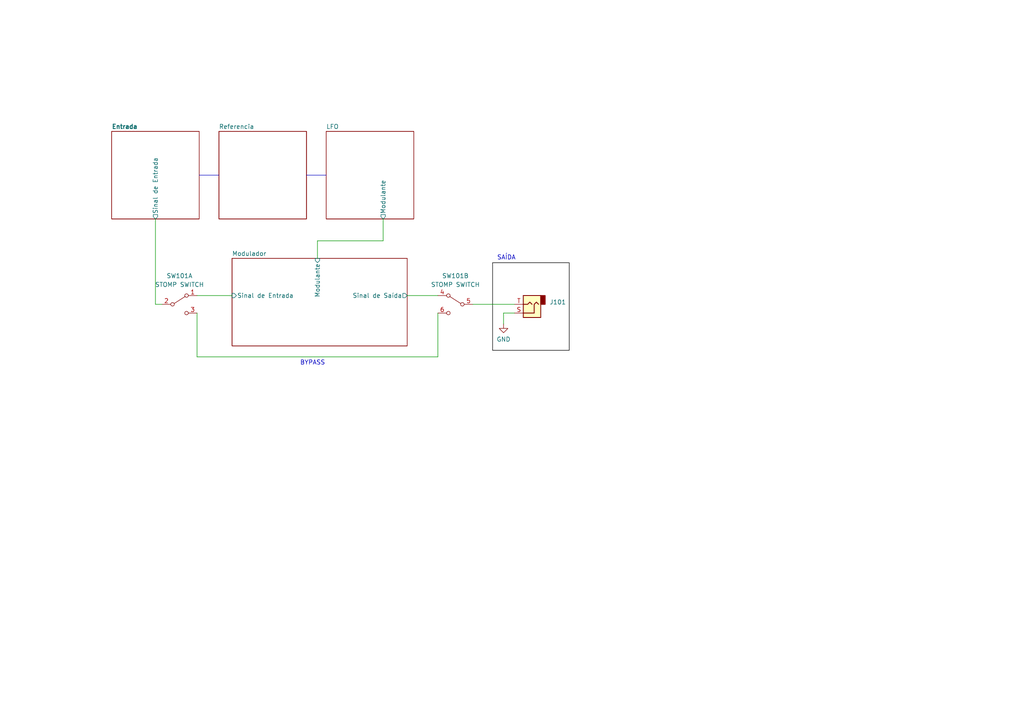
<source format=kicad_sch>
(kicad_sch (version 20211123) (generator eeschema)

  (uuid e63e39d7-6ac0-4ffd-8aa3-1841a4541b55)

  (paper "A4")

  (lib_symbols
    (symbol "Connector:AudioJack2" (in_bom yes) (on_board yes)
      (property "Reference" "J" (id 0) (at 0 8.89 0)
        (effects (font (size 1.27 1.27)))
      )
      (property "Value" "AudioJack2" (id 1) (at 0 6.35 0)
        (effects (font (size 1.27 1.27)))
      )
      (property "Footprint" "" (id 2) (at 0 0 0)
        (effects (font (size 1.27 1.27)) hide)
      )
      (property "Datasheet" "~" (id 3) (at 0 0 0)
        (effects (font (size 1.27 1.27)) hide)
      )
      (property "ki_keywords" "audio jack receptacle mono phone headphone TS connector" (id 4) (at 0 0 0)
        (effects (font (size 1.27 1.27)) hide)
      )
      (property "ki_description" "Audio Jack, 2 Poles (Mono / TS)" (id 5) (at 0 0 0)
        (effects (font (size 1.27 1.27)) hide)
      )
      (property "ki_fp_filters" "Jack*" (id 6) (at 0 0 0)
        (effects (font (size 1.27 1.27)) hide)
      )
      (symbol "AudioJack2_0_1"
        (rectangle (start -3.81 0) (end -2.54 -2.54)
          (stroke (width 0.254) (type default) (color 0 0 0 0))
          (fill (type outline))
        )
        (rectangle (start -2.54 3.81) (end 2.54 -2.54)
          (stroke (width 0.254) (type default) (color 0 0 0 0))
          (fill (type background))
        )
        (polyline
          (pts
            (xy 0 0)
            (xy 0.635 -0.635)
            (xy 1.27 0)
            (xy 2.54 0)
          )
          (stroke (width 0.254) (type default) (color 0 0 0 0))
          (fill (type none))
        )
        (polyline
          (pts
            (xy 2.54 2.54)
            (xy -0.635 2.54)
            (xy -0.635 0)
            (xy -1.27 -0.635)
            (xy -1.905 0)
          )
          (stroke (width 0.254) (type default) (color 0 0 0 0))
          (fill (type none))
        )
      )
      (symbol "AudioJack2_1_1"
        (pin passive line (at 5.08 2.54 180) (length 2.54)
          (name "~" (effects (font (size 1.27 1.27))))
          (number "S" (effects (font (size 1.27 1.27))))
        )
        (pin passive line (at 5.08 0 180) (length 2.54)
          (name "~" (effects (font (size 1.27 1.27))))
          (number "T" (effects (font (size 1.27 1.27))))
        )
      )
    )
    (symbol "Switch:SW_DPDT_x2" (pin_names (offset 0) hide) (in_bom yes) (on_board yes)
      (property "Reference" "SW" (id 0) (at 0 4.318 0)
        (effects (font (size 1.27 1.27)))
      )
      (property "Value" "SW_DPDT_x2" (id 1) (at 0 -5.08 0)
        (effects (font (size 1.27 1.27)))
      )
      (property "Footprint" "" (id 2) (at 0 0 0)
        (effects (font (size 1.27 1.27)) hide)
      )
      (property "Datasheet" "~" (id 3) (at 0 0 0)
        (effects (font (size 1.27 1.27)) hide)
      )
      (property "ki_keywords" "switch dual-pole double-throw DPDT spdt ON-ON" (id 4) (at 0 0 0)
        (effects (font (size 1.27 1.27)) hide)
      )
      (property "ki_description" "Switch, dual pole double throw, separate symbols" (id 5) (at 0 0 0)
        (effects (font (size 1.27 1.27)) hide)
      )
      (property "ki_fp_filters" "SW*DPDT*" (id 6) (at 0 0 0)
        (effects (font (size 1.27 1.27)) hide)
      )
      (symbol "SW_DPDT_x2_0_0"
        (circle (center -2.032 0) (radius 0.508)
          (stroke (width 0) (type default) (color 0 0 0 0))
          (fill (type none))
        )
        (circle (center 2.032 -2.54) (radius 0.508)
          (stroke (width 0) (type default) (color 0 0 0 0))
          (fill (type none))
        )
      )
      (symbol "SW_DPDT_x2_0_1"
        (polyline
          (pts
            (xy -1.524 0.254)
            (xy 1.651 2.286)
          )
          (stroke (width 0) (type default) (color 0 0 0 0))
          (fill (type none))
        )
        (circle (center 2.032 2.54) (radius 0.508)
          (stroke (width 0) (type default) (color 0 0 0 0))
          (fill (type none))
        )
      )
      (symbol "SW_DPDT_x2_1_1"
        (pin passive line (at 5.08 2.54 180) (length 2.54)
          (name "A" (effects (font (size 1.27 1.27))))
          (number "1" (effects (font (size 1.27 1.27))))
        )
        (pin passive line (at -5.08 0 0) (length 2.54)
          (name "B" (effects (font (size 1.27 1.27))))
          (number "2" (effects (font (size 1.27 1.27))))
        )
        (pin passive line (at 5.08 -2.54 180) (length 2.54)
          (name "C" (effects (font (size 1.27 1.27))))
          (number "3" (effects (font (size 1.27 1.27))))
        )
      )
      (symbol "SW_DPDT_x2_2_1"
        (pin passive line (at 5.08 2.54 180) (length 2.54)
          (name "A" (effects (font (size 1.27 1.27))))
          (number "4" (effects (font (size 1.27 1.27))))
        )
        (pin passive line (at -5.08 0 0) (length 2.54)
          (name "B" (effects (font (size 1.27 1.27))))
          (number "5" (effects (font (size 1.27 1.27))))
        )
        (pin passive line (at 5.08 -2.54 180) (length 2.54)
          (name "C" (effects (font (size 1.27 1.27))))
          (number "6" (effects (font (size 1.27 1.27))))
        )
      )
    )
    (symbol "power:GND" (power) (pin_names (offset 0)) (in_bom yes) (on_board yes)
      (property "Reference" "#PWR" (id 0) (at 0 -6.35 0)
        (effects (font (size 1.27 1.27)) hide)
      )
      (property "Value" "GND" (id 1) (at 0 -3.81 0)
        (effects (font (size 1.27 1.27)))
      )
      (property "Footprint" "" (id 2) (at 0 0 0)
        (effects (font (size 1.27 1.27)) hide)
      )
      (property "Datasheet" "" (id 3) (at 0 0 0)
        (effects (font (size 1.27 1.27)) hide)
      )
      (property "ki_keywords" "power-flag" (id 4) (at 0 0 0)
        (effects (font (size 1.27 1.27)) hide)
      )
      (property "ki_description" "Power symbol creates a global label with name \"GND\" , ground" (id 5) (at 0 0 0)
        (effects (font (size 1.27 1.27)) hide)
      )
      (symbol "GND_0_1"
        (polyline
          (pts
            (xy 0 0)
            (xy 0 -1.27)
            (xy 1.27 -1.27)
            (xy 0 -2.54)
            (xy -1.27 -1.27)
            (xy 0 -1.27)
          )
          (stroke (width 0) (type default) (color 0 0 0 0))
          (fill (type none))
        )
      )
      (symbol "GND_1_1"
        (pin power_in line (at 0 0 270) (length 0) hide
          (name "GND" (effects (font (size 1.27 1.27))))
          (number "1" (effects (font (size 1.27 1.27))))
        )
      )
    )
  )


  (wire (pts (xy 118.11 85.725) (xy 127 85.725))
    (stroke (width 0) (type default) (color 0 0 0 0))
    (uuid 05c8458a-59aa-46f4-a3e4-21160fd6401e)
  )
  (polyline (pts (xy 57.785 50.8) (xy 63.5 50.8))
    (stroke (width 0) (type solid) (color 0 0 0 0))
    (uuid 07ff724c-d388-4519-a07a-ad8fdfd4d129)
  )

  (wire (pts (xy 146.05 90.805) (xy 146.05 93.98))
    (stroke (width 0) (type default) (color 0 0 0 0))
    (uuid 31232ea1-f048-4d6a-87e8-6f6d174737c0)
  )
  (polyline (pts (xy 142.875 76.2) (xy 142.875 101.6))
    (stroke (width 0) (type solid) (color 0 0 0 1))
    (uuid 3e08cf7f-adcf-446f-9639-7c990b23ad74)
  )
  (polyline (pts (xy 142.875 101.6) (xy 165.1 101.6))
    (stroke (width 0) (type solid) (color 0 0 0 1))
    (uuid 47c04762-cbc6-4804-b94c-23c031a1dcc6)
  )

  (wire (pts (xy 127 90.805) (xy 127 103.505))
    (stroke (width 0) (type default) (color 0 0 0 0))
    (uuid 683c862f-e703-467d-9ef0-66132181c5f6)
  )
  (polyline (pts (xy 165.1 101.6) (xy 165.1 76.2))
    (stroke (width 0) (type solid) (color 0 0 0 1))
    (uuid 69eb06bd-9888-46b0-95c9-ac3cd74101a3)
  )
  (polyline (pts (xy 165.1 76.2) (xy 142.875 76.2))
    (stroke (width 0) (type solid) (color 0 0 0 1))
    (uuid 71884460-c000-470d-8667-876ac1525ed6)
  )

  (wire (pts (xy 46.99 88.265) (xy 45.085 88.265))
    (stroke (width 0) (type default) (color 0 0 0 0))
    (uuid 7a6985de-8189-4de7-9d84-0f07c3fd34f6)
  )
  (wire (pts (xy 57.15 103.505) (xy 57.15 90.805))
    (stroke (width 0) (type default) (color 0 0 0 0))
    (uuid 7dd0c2ff-1683-4a16-a7cc-665149ad13ab)
  )
  (polyline (pts (xy 88.9 50.8) (xy 94.615 50.8))
    (stroke (width 0) (type solid) (color 0 0 0 0))
    (uuid 8034294a-4cc1-4d81-ae8f-79897bd842fc)
  )

  (wire (pts (xy 57.15 103.505) (xy 127 103.505))
    (stroke (width 0) (type default) (color 0 0 0 0))
    (uuid 8238c68b-60ba-4fb0-af53-3ff56206e61f)
  )
  (wire (pts (xy 149.225 90.805) (xy 146.05 90.805))
    (stroke (width 0) (type default) (color 0 0 0 0))
    (uuid a33cc772-96b4-4d5f-870d-05c033f6e249)
  )
  (wire (pts (xy 92.075 74.93) (xy 92.075 69.85))
    (stroke (width 0) (type default) (color 0 0 0 0))
    (uuid a3ac7ee9-3091-4412-8f1e-7ea132c49e03)
  )
  (wire (pts (xy 45.085 63.5) (xy 45.085 88.265))
    (stroke (width 0) (type default) (color 0 0 0 0))
    (uuid ad20f533-911c-4924-8ecb-35c2b9a6062b)
  )
  (wire (pts (xy 137.16 88.265) (xy 149.225 88.265))
    (stroke (width 0) (type default) (color 0 0 0 0))
    (uuid c0999fc3-aed1-4cae-aec2-bf830944dcad)
  )
  (wire (pts (xy 92.075 69.85) (xy 111.125 69.85))
    (stroke (width 0) (type default) (color 0 0 0 0))
    (uuid dec929b0-ed9b-443f-8116-cb5e77a7a797)
  )
  (wire (pts (xy 57.15 85.725) (xy 67.31 85.725))
    (stroke (width 0) (type default) (color 0 0 0 0))
    (uuid e442a7c2-b032-466d-bd32-f58129f14c9b)
  )
  (wire (pts (xy 111.125 63.5) (xy 111.125 69.85))
    (stroke (width 0) (type default) (color 0 0 0 0))
    (uuid f444e61e-43bb-48e4-a2bb-6057075732fc)
  )

  (text "BYPASS" (at 86.995 106.045 0)
    (effects (font (size 1.27 1.27)) (justify left bottom))
    (uuid 16665b07-29da-4ca2-b1b9-80ce43e58caf)
  )
  (text "SAÍDA" (at 144.145 75.565 0)
    (effects (font (size 1.27 1.27)) (justify left bottom))
    (uuid 57454278-4ec1-4a8f-96ae-14fdcc6a0757)
  )

  (symbol (lib_id "power:GND") (at 146.05 93.98 0) (unit 1)
    (in_bom yes) (on_board yes) (fields_autoplaced)
    (uuid 65a78271-9189-4cf6-ae9b-b68b092d5d9a)
    (property "Reference" "#PWR0101" (id 0) (at 146.05 100.33 0)
      (effects (font (size 1.27 1.27)) hide)
    )
    (property "Value" "GND" (id 1) (at 146.05 98.425 0))
    (property "Footprint" "" (id 2) (at 146.05 93.98 0)
      (effects (font (size 1.27 1.27)) hide)
    )
    (property "Datasheet" "" (id 3) (at 146.05 93.98 0)
      (effects (font (size 1.27 1.27)) hide)
    )
    (pin "1" (uuid b1b7ca92-7f5f-43cc-8708-8508e54f0fe4))
  )

  (symbol (lib_id "Switch:SW_DPDT_x2") (at 52.07 88.265 0) (unit 1)
    (in_bom yes) (on_board yes) (fields_autoplaced)
    (uuid 6703351a-d4f8-4173-9401-c880a56a2ecf)
    (property "Reference" "SW101" (id 0) (at 52.07 80.01 0))
    (property "Value" "STOMP SWITCH" (id 1) (at 52.07 82.55 0))
    (property "Footprint" "Connector_PinHeader_2.54mm:PinHeader_2x03_P2.54mm_Vertical" (id 2) (at 52.07 88.265 0)
      (effects (font (size 1.27 1.27)) hide)
    )
    (property "Datasheet" "~" (id 3) (at 52.07 88.265 0)
      (effects (font (size 1.27 1.27)) hide)
    )
    (pin "1" (uuid fa4fc080-a411-4c0c-ad7c-2ad92d1fee1c))
    (pin "2" (uuid 3c213871-5bfd-4c1f-a88b-3c0b30920916))
    (pin "3" (uuid b1f3c7c9-08ba-4545-8e32-b64b5cac9301))
  )

  (symbol (lib_id "Connector:AudioJack2") (at 154.305 88.265 180) (unit 1)
    (in_bom yes) (on_board yes) (fields_autoplaced)
    (uuid a40a7479-2d6e-400a-af89-0ca2fea2a103)
    (property "Reference" "J101" (id 0) (at 159.385 87.6299 0)
      (effects (font (size 1.27 1.27)) (justify right))
    )
    (property "Value" "AudioJack2" (id 1) (at 159.385 90.1699 0)
      (effects (font (size 1.27 1.27)) (justify right) hide)
    )
    (property "Footprint" "Customs:PinHeader_1x02_P2.54mm_Vertical" (id 2) (at 154.305 88.265 0)
      (effects (font (size 1.27 1.27)) hide)
    )
    (property "Datasheet" "~" (id 3) (at 154.305 88.265 0)
      (effects (font (size 1.27 1.27)) hide)
    )
    (pin "S" (uuid ca70cd0b-38ae-4bf7-a718-be6bb85e2591))
    (pin "T" (uuid 57adf16a-55b3-41b4-b226-b7b0869a4dca))
  )

  (symbol (lib_id "Switch:SW_DPDT_x2") (at 132.08 88.265 0) (mirror y) (unit 2)
    (in_bom yes) (on_board yes) (fields_autoplaced)
    (uuid e2e039d9-8151-4afa-a875-91a99df537cb)
    (property "Reference" "SW101" (id 0) (at 132.08 80.01 0))
    (property "Value" "STOMP SWITCH" (id 1) (at 132.08 82.55 0))
    (property "Footprint" "Connector_PinHeader_2.54mm:PinHeader_2x03_P2.54mm_Vertical" (id 2) (at 132.08 88.265 0)
      (effects (font (size 1.27 1.27)) hide)
    )
    (property "Datasheet" "~" (id 3) (at 132.08 88.265 0)
      (effects (font (size 1.27 1.27)) hide)
    )
    (pin "4" (uuid d81d96bd-78f5-4e77-9a17-7dfb9babcd5a))
    (pin "5" (uuid eaf1d4ff-f7f6-4647-b2cc-1e742fdc22c4))
    (pin "6" (uuid 925dba76-7cd1-47ca-8991-8c1b4b49d22b))
  )

  (sheet (at 63.5 38.1) (size 25.4 25.4)
    (stroke (width 0.1524) (type solid) (color 0 0 0 0))
    (fill (color 0 0 0 0.0000))
    (uuid 04b75106-8d7d-48e6-ae2b-ca4f98924cb4)
    (property "Sheet name" "Referencia" (id 0) (at 63.5 37.465 0)
      (effects (font (size 1.27 1.27)) (justify left bottom))
    )
    (property "Sheet file" "Referencia.kicad_sch" (id 1) (at 63.5 64.0846 0)
      (effects (font (size 1.27 1.27)) (justify left top) hide)
    )
  )

  (sheet (at 94.615 38.1) (size 25.4 25.4)
    (stroke (width 0.1524) (type solid) (color 0 0 0 0))
    (fill (color 0 0 0 0.0000))
    (uuid 2f6708ff-f27a-4372-bc66-d391d09d282d)
    (property "Sheet name" "LFO" (id 0) (at 94.615 37.465 0)
      (effects (font (size 1.27 1.27)) (justify left bottom))
    )
    (property "Sheet file" "LFO.kicad_sch" (id 1) (at 94.615 64.0846 0)
      (effects (font (size 1.27 1.27)) (justify left top) hide)
    )
    (pin "Modulante" output (at 111.125 63.5 270)
      (effects (font (size 1.27 1.27)) (justify left))
      (uuid 09ca7620-6653-4355-a2ea-d79c1609242b)
    )
  )

  (sheet (at 67.31 74.93) (size 50.8 25.4)
    (stroke (width 0.1524) (type solid) (color 0 0 0 0))
    (fill (color 0 0 0 0.0000))
    (uuid 925019c7-647d-437b-8f59-a4ce40aac9d9)
    (property "Sheet name" "Modulador" (id 0) (at 67.31 74.295 0)
      (effects (font (size 1.27 1.27)) (justify left bottom))
    )
    (property "Sheet file" "Modulador.kicad_sch" (id 1) (at 67.31 100.9146 0)
      (effects (font (size 1.27 1.27)) (justify left top) hide)
    )
    (pin "Sinal de Saída" output (at 118.11 85.725 0)
      (effects (font (size 1.27 1.27)) (justify right))
      (uuid d04f576c-53ae-4b70-90d9-9b1c94bd57c3)
    )
    (pin "Modulante" input (at 92.075 74.93 90)
      (effects (font (size 1.27 1.27)) (justify right))
      (uuid 81ca029c-8c47-4c83-8051-ac1c9a59c47e)
    )
    (pin "Sinal de Entrada" input (at 67.31 85.725 180)
      (effects (font (size 1.27 1.27)) (justify left))
      (uuid f52f5b05-a105-4640-b374-efda85dc8f33)
    )
  )

  (sheet (at 32.385 38.1) (size 25.4 25.4)
    (stroke (width 0.1524) (type solid) (color 0 0 0 0))
    (fill (color 0 0 0 0.0000))
    (uuid b39831ee-cb8e-4442-8c47-4d86917b9b34)
    (property "Sheet name" "Entrada" (id 0) (at 32.385 37.465 0)
      (effects (font (size 1.27 1.27) bold) (justify left bottom))
    )
    (property "Sheet file" "Entradas.kicad_sch" (id 1) (at 58.3696 63.5 90)
      (effects (font (size 1.27 1.27)) (justify left top) hide)
    )
    (pin "Sinal de Entrada" output (at 45.085 63.5 270)
      (effects (font (size 1.27 1.27)) (justify left))
      (uuid ed068623-09fe-4bbf-b7a3-e28a33fe044f)
    )
  )

  (sheet_instances
    (path "/" (page "1"))
    (path "/04b75106-8d7d-48e6-ae2b-ca4f98924cb4" (page "2"))
    (path "/2f6708ff-f27a-4372-bc66-d391d09d282d" (page "3"))
    (path "/925019c7-647d-437b-8f59-a4ce40aac9d9" (page "4"))
    (path "/b39831ee-cb8e-4442-8c47-4d86917b9b34" (page "5"))
  )

  (symbol_instances
    (path "/65a78271-9189-4cf6-ae9b-b68b092d5d9a"
      (reference "#PWR0101") (unit 1) (value "GND") (footprint "")
    )
    (path "/04b75106-8d7d-48e6-ae2b-ca4f98924cb4/be13a4dd-1985-4f84-81d1-453fb2ae14e7"
      (reference "#PWR0201") (unit 1) (value "+9V") (footprint "")
    )
    (path "/04b75106-8d7d-48e6-ae2b-ca4f98924cb4/c89a5aac-3e29-4e9e-9f51-4ab6ee9c4a82"
      (reference "#PWR0202") (unit 1) (value "GND") (footprint "")
    )
    (path "/2f6708ff-f27a-4372-bc66-d391d09d282d/5a05849e-3d0b-4a0f-8193-09ae759cddf7"
      (reference "#PWR0301") (unit 1) (value "+9V") (footprint "")
    )
    (path "/2f6708ff-f27a-4372-bc66-d391d09d282d/8386bbc5-5c1b-43f7-acff-198ddc36b7a9"
      (reference "#PWR0302") (unit 1) (value "GND") (footprint "")
    )
    (path "/925019c7-647d-437b-8f59-a4ce40aac9d9/7fc8709c-f6d3-41cb-a6b0-3a126dbfb3fb"
      (reference "#PWR0401") (unit 1) (value "+9V") (footprint "")
    )
    (path "/925019c7-647d-437b-8f59-a4ce40aac9d9/74752ea4-f455-441b-9b8b-c02bde43df9f"
      (reference "#PWR0402") (unit 1) (value "GND") (footprint "")
    )
    (path "/925019c7-647d-437b-8f59-a4ce40aac9d9/642e9e15-4436-4272-96bc-69d0bcd70031"
      (reference "#PWR0403") (unit 1) (value "GND") (footprint "")
    )
    (path "/925019c7-647d-437b-8f59-a4ce40aac9d9/e0829e29-067f-42ea-91c3-17c170b9e711"
      (reference "#PWR0404") (unit 1) (value "+9V") (footprint "")
    )
    (path "/925019c7-647d-437b-8f59-a4ce40aac9d9/6115f691-3b8d-4f73-b88f-f7b7193d733a"
      (reference "#PWR0405") (unit 1) (value "GND") (footprint "")
    )
    (path "/925019c7-647d-437b-8f59-a4ce40aac9d9/bbde2027-6b7f-463a-95eb-354c47f2fc25"
      (reference "#PWR0406") (unit 1) (value "GND") (footprint "")
    )
    (path "/b39831ee-cb8e-4442-8c47-4d86917b9b34/88e5291d-2447-4a99-a487-f09657a3c877"
      (reference "#PWR0501") (unit 1) (value "GND") (footprint "")
    )
    (path "/b39831ee-cb8e-4442-8c47-4d86917b9b34/80977689-11d4-406f-8940-69483fe19d4b"
      (reference "#PWR0502") (unit 1) (value "+9V") (footprint "")
    )
    (path "/b39831ee-cb8e-4442-8c47-4d86917b9b34/7fdfe2fb-dbf4-4ce5-88b1-30ffa79e0483"
      (reference "#PWR0503") (unit 1) (value "GND") (footprint "")
    )
    (path "/b39831ee-cb8e-4442-8c47-4d86917b9b34/e7a596c5-e990-4181-9fd9-486bf36b6a09"
      (reference "#PWR0504") (unit 1) (value "+9V") (footprint "")
    )
    (path "/04b75106-8d7d-48e6-ae2b-ca4f98924cb4/6456a2ae-136a-4925-9fdb-83be3cb69396"
      (reference "C201") (unit 1) (value "200u") (footprint "Capacitor_THT:CP_Radial_D8.0mm_P5.00mm")
    )
    (path "/2f6708ff-f27a-4372-bc66-d391d09d282d/013b7c87-c907-42e0-b3a6-15ba4e39ce5d"
      (reference "C301") (unit 1) (value "100n") (footprint "Capacitor_THT:CP_Radial_D8.0mm_P5.00mm")
    )
    (path "/925019c7-647d-437b-8f59-a4ce40aac9d9/b40e499b-a568-4368-9e63-89bc7ed66d1a"
      (reference "C401") (unit 1) (value "10u") (footprint "Capacitor_THT:CP_Radial_D8.0mm_P5.00mm")
    )
    (path "/925019c7-647d-437b-8f59-a4ce40aac9d9/8394a388-d814-437b-ab87-b5341473cecb"
      (reference "C402") (unit 1) (value "47p") (footprint "Capacitor_THT:CP_Radial_D8.0mm_P5.00mm")
    )
    (path "/925019c7-647d-437b-8f59-a4ce40aac9d9/fe42e6b2-7040-4f2b-8daa-210e3636b2d3"
      (reference "C403") (unit 1) (value "22u") (footprint "Capacitor_THT:CP_Radial_D8.0mm_P5.00mm")
    )
    (path "/a40a7479-2d6e-400a-af89-0ca2fea2a103"
      (reference "J101") (unit 1) (value "AudioJack2") (footprint "Customs:PinHeader_1x02_P2.54mm_Vertical")
    )
    (path "/b39831ee-cb8e-4442-8c47-4d86917b9b34/3c6e3ad5-4463-4252-a63e-56e9a3956130"
      (reference "J501") (unit 1) (value "Barrel_Jack") (footprint "Connector_PinHeader_2.54mm:PinHeader_1x02_P2.54mm_Vertical")
    )
    (path "/b39831ee-cb8e-4442-8c47-4d86917b9b34/55170ff4-97fb-44fa-af2f-d0c6e4d3572d"
      (reference "J502") (unit 1) (value "AudioJack3") (footprint "Customs:PinHeader_1x03_P2.54mm_Vertical")
    )
    (path "/04b75106-8d7d-48e6-ae2b-ca4f98924cb4/627d0fda-e8f3-42ea-a474-f4cbfa03e3eb"
      (reference "R201") (unit 1) (value "100k") (footprint "Resistor_THT:R_Box_L8.4mm_W2.5mm_P5.08mm")
    )
    (path "/04b75106-8d7d-48e6-ae2b-ca4f98924cb4/d2bed78a-b7da-4aeb-8c6b-258ddd4d8da0"
      (reference "R202") (unit 1) (value "100k") (footprint "Resistor_THT:R_Box_L8.4mm_W2.5mm_P5.08mm")
    )
    (path "/2f6708ff-f27a-4372-bc66-d391d09d282d/a941b7f2-4895-4bec-84a6-70db497ee08c"
      (reference "R301") (unit 1) (value "82k") (footprint "Resistor_THT:R_Box_L8.4mm_W2.5mm_P5.08mm")
    )
    (path "/2f6708ff-f27a-4372-bc66-d391d09d282d/72735f73-c7c3-486b-bf3b-8e18460a7299"
      (reference "R302") (unit 1) (value "100k") (footprint "Resistor_THT:R_Box_L8.4mm_W2.5mm_P5.08mm")
    )
    (path "/2f6708ff-f27a-4372-bc66-d391d09d282d/d1dd0664-8b24-4c2c-8ab4-ddbe2c39a0b4"
      (reference "R303") (unit 1) (value "12k") (footprint "Resistor_THT:R_Box_L8.4mm_W2.5mm_P5.08mm")
    )
    (path "/2f6708ff-f27a-4372-bc66-d391d09d282d/7665129a-ae23-4df0-90d9-45a52cfb502c"
      (reference "R304") (unit 1) (value "300k") (footprint "Resistor_THT:R_Box_L8.4mm_W2.5mm_P5.08mm")
    )
    (path "/2f6708ff-f27a-4372-bc66-d391d09d282d/bbb44e97-d8c6-413f-907c-55e51b4fbcf8"
      (reference "R305") (unit 1) (value "380k") (footprint "Resistor_THT:R_Box_L8.4mm_W2.5mm_P5.08mm")
    )
    (path "/925019c7-647d-437b-8f59-a4ce40aac9d9/444567fc-f906-4afa-af27-636a202bc0bb"
      (reference "R401") (unit 1) (value "20k") (footprint "Resistor_THT:R_Box_L8.4mm_W2.5mm_P5.08mm")
    )
    (path "/925019c7-647d-437b-8f59-a4ce40aac9d9/af897d79-e965-451f-930d-f762975a1f76"
      (reference "R402") (unit 1) (value "1k") (footprint "Resistor_THT:R_Box_L8.4mm_W2.5mm_P5.08mm")
    )
    (path "/925019c7-647d-437b-8f59-a4ce40aac9d9/dc306d17-f50e-4d96-8ffc-1318aafaf2d0"
      (reference "R403") (unit 1) (value "40k") (footprint "Resistor_THT:R_Box_L8.4mm_W2.5mm_P5.08mm")
    )
    (path "/925019c7-647d-437b-8f59-a4ce40aac9d9/da7f0b1e-f5d5-49a1-9cfe-e7c0860c6643"
      (reference "R404") (unit 1) (value "50") (footprint "Resistor_THT:R_Box_L8.4mm_W2.5mm_P5.08mm")
    )
    (path "/925019c7-647d-437b-8f59-a4ce40aac9d9/0dcb926e-9f23-4b7b-b832-6c5e5d189760"
      (reference "R405") (unit 1) (value "100k") (footprint "Resistor_THT:R_Box_L8.4mm_W2.5mm_P5.08mm")
    )
    (path "/b39831ee-cb8e-4442-8c47-4d86917b9b34/15a0d549-e2c8-4cd4-b716-fae960b87b51"
      (reference "R501") (unit 1) (value "10k") (footprint "Resistor_THT:R_Box_L8.4mm_W2.5mm_P5.08mm")
    )
    (path "/2f6708ff-f27a-4372-bc66-d391d09d282d/c22a5063-fae8-4bbe-a3fd-11c8cbd7d881"
      (reference "RV301") (unit 1) (value "2.2Meg") (footprint "Connector_PinHeader_2.54mm:PinHeader_1x03_P2.54mm_Vertical")
    )
    (path "/2f6708ff-f27a-4372-bc66-d391d09d282d/6a4b876b-729b-46f5-80c5-ba7a8f86dd03"
      (reference "RV302") (unit 1) (value "10k") (footprint "Connector_PinHeader_2.54mm:PinHeader_1x03_P2.54mm_Vertical")
    )
    (path "/6703351a-d4f8-4173-9401-c880a56a2ecf"
      (reference "SW101") (unit 1) (value "STOMP SWITCH") (footprint "Connector_PinHeader_2.54mm:PinHeader_2x03_P2.54mm_Vertical")
    )
    (path "/e2e039d9-8151-4afa-a875-91a99df537cb"
      (reference "SW101") (unit 2) (value "STOMP SWITCH") (footprint "Connector_PinHeader_2.54mm:PinHeader_2x03_P2.54mm_Vertical")
    )
    (path "/04b75106-8d7d-48e6-ae2b-ca4f98924cb4/ed4ec7d6-47ec-4264-88b2-6e59ea0a396f"
      (reference "U201") (unit 1) (value "TL082") (footprint "Package_DIP:DIP-8_W7.62mm")
    )
    (path "/04b75106-8d7d-48e6-ae2b-ca4f98924cb4/8b001efc-d33a-49c1-827d-344bfd5520a9"
      (reference "U201") (unit 3) (value "TL082") (footprint "Package_DIP:DIP-8_W7.62mm")
    )
    (path "/2f6708ff-f27a-4372-bc66-d391d09d282d/f4b345da-3098-4c56-a3ac-20dc5ee64e29"
      (reference "U301") (unit 1) (value "TL084") (footprint "Package_DIP:DIP-14_W7.62mm")
    )
    (path "/2f6708ff-f27a-4372-bc66-d391d09d282d/6d09cc07-4882-4265-9760-5009a8e78eed"
      (reference "U301") (unit 2) (value "TL084") (footprint "Package_DIP:DIP-14_W7.62mm")
    )
    (path "/2f6708ff-f27a-4372-bc66-d391d09d282d/01bd2fc4-5af7-49bb-8fa2-dcd12d9eb0dc"
      (reference "U301") (unit 3) (value "TL084") (footprint "Package_DIP:DIP-14_W7.62mm")
    )
    (path "/2f6708ff-f27a-4372-bc66-d391d09d282d/5d9dc291-a4d7-4928-89e9-cbfd13f1116b"
      (reference "U301") (unit 5) (value "TL084") (footprint "Package_DIP:DIP-14_W7.62mm")
    )
    (path "/925019c7-647d-437b-8f59-a4ce40aac9d9/a09c9e81-90c2-467c-a27f-f6fdd09265e4"
      (reference "U401") (unit 1) (value "THAT2181") (footprint "Package_SIP:SIP-8_19x3mm_P2.54mm")
    )
    (path "/925019c7-647d-437b-8f59-a4ce40aac9d9/e9173975-1d69-48fe-b16d-2420639ac60a"
      (reference "U402") (unit 1) (value "TL082") (footprint "Package_DIP:DIP-8_W7.62mm")
    )
    (path "/925019c7-647d-437b-8f59-a4ce40aac9d9/e21e2eb9-9a2b-47bd-bef0-0f39dcb39798"
      (reference "U402") (unit 3) (value "TL082") (footprint "Package_DIP:DIP-8_W7.62mm")
    )
  )
)

</source>
